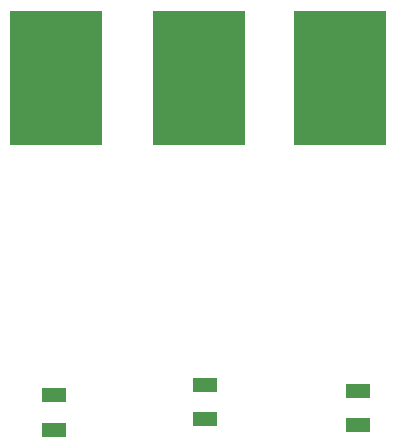
<source format=gbr>
G04 #@! TF.FileFunction,Soldermask,Bot*
%FSLAX46Y46*%
G04 Gerber Fmt 4.6, Leading zero omitted, Abs format (unit mm)*
G04 Created by KiCad (PCBNEW 4.0.7) date 03/14/19 05:19:24*
%MOMM*%
%LPD*%
G01*
G04 APERTURE LIST*
%ADD10C,0.100000*%
%ADD11R,2.100000X1.300000*%
%ADD12R,7.900000X11.400000*%
G04 APERTURE END LIST*
D10*
D11*
X142370000Y-63630000D03*
X142370000Y-66530000D03*
X129410000Y-63120000D03*
X129410000Y-66020000D03*
X116590000Y-64010000D03*
X116590000Y-66910000D03*
D12*
X140790000Y-37110000D03*
X128890000Y-37110000D03*
X116790000Y-37110000D03*
M02*

</source>
